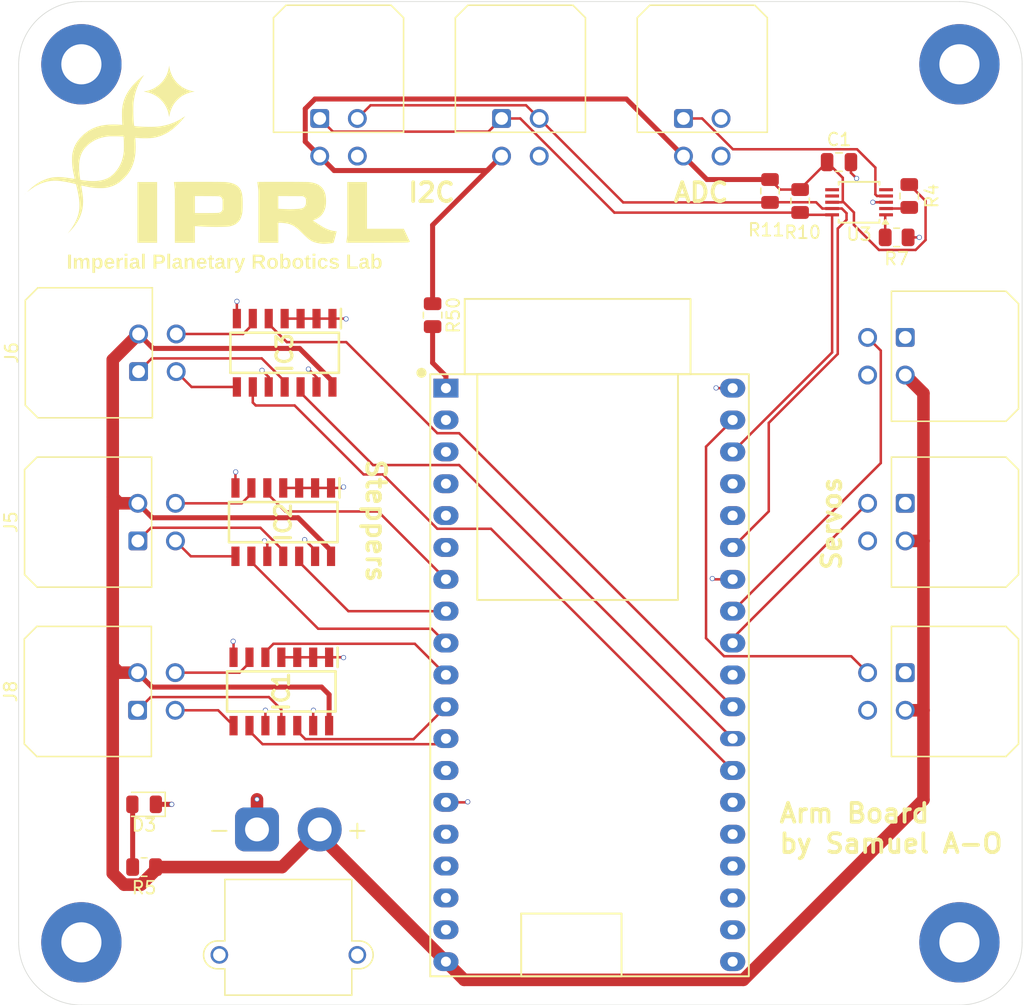
<source format=kicad_pcb>
(kicad_pcb (version 20241229) (generator "pcbnew") (generator_version "9.0")
  (layers (0 "F.Cu" signal) (2 "B.Cu" signal) (13 "F.Paste" user) (15 "B.Paste" user) (5 "F.SilkS" user "F.Silkscreen") (7 "B.SilkS" user "B.Silkscreen") (1 "F.Mask" user) (3 "B.Mask" user) (25 "Edge.Cuts" user))
  (net 0 "")
  (net 1 "GND")
  (net 2 "+3.3V")
  (net 3 "Net-(D3-A)")
  (net 4 "Net-(IC1-O3)")
  (net 5 "/ENA_0")
  (net 6 "Net-(IC1-O1)")
  (net 7 "+5P")
  (net 8 "/DIR_0")
  (net 9 "Net-(IC1-O2)")
  (net 10 "/PUL_0")
  (net 11 "Net-(IC2-O1)")
  (net 12 "Net-(IC2-O2)")
  (net 13 "/DIR_1")
  (net 14 "/ENA_1")
  (net 15 "Net-(IC2-O3)")
  (net 16 "/PUL_1")
  (net 17 "/PUL_2")
  (net 18 "Net-(IC3-O2)")
  (net 19 "Net-(IC3-O3)")
  (net 20 "/DIR_2")
  (net 21 "Net-(IC3-O1)")
  (net 22 "/ENA_2")
  (net 23 "/Servo_2")
  (net 24 "/ESP_SCL")
  (net 25 "/ESP_SDA")
  (net 26 "Net-(J12-Pin_1)")
  (net 27 "/Servo_0")
  (net 28 "/Servo_1")
  (net 29 "Net-(U3-ALERT{slash}RDY)")
  (net 30 "Net-(U3-ADDR)")
  (net 31 "Net-(U2-3.3V)")
  (footprint "Resistor_SMD:R_0805_2012Metric" (layer "F.Cu") (at 131 65.5 -90)
    (property "Reference" "R4" (at 0 -1.8 90) (layer "F.SilkS"))
    (property "Value" "10k")
    (pad "1" smd roundrect (at -0.9125 0 270) (size 1.025 1.4) (layers "F.Cu" "F.Mask" "F.Paste") (roundrect_rratio 0.243902) (net 2 "+3.3V"))
    (pad "2" smd roundrect (at 0.9125 0 270) (size 1.025 1.4) (layers "F.Cu" "F.Mask" "F.Paste") (roundrect_rratio 0.243902) (net 29 "Net-(U3-ALERT{slash}RDY)"))
  )
  (footprint "74ACT:SOIC127P600X175-14N" (layer "F.Cu") (at 80.94 105 -90)
    (property "Reference" "IC1" (at 0 0 270) (layer "F.SilkS") (effects (font (size 1.27 1.27) (thickness 0.254))))
    (property "Value" "MC74ACT125DG" (hide yes))
    (pad "1" smd rect (at -2.725 -3.81) (size 0.65 1.55) (layers "F.Cu" "F.Mask" "F.Paste") (net 1 "GND"))
    (pad "2" smd rect (at -2.725 -2.54) (size 0.65 1.55) (layers "F.Cu" "F.Mask" "F.Paste") (net 1 "GND"))
    (pad "3" smd rect (at -2.725 -1.27) (size 0.65 1.55) (layers "F.Cu" "F.Mask" "F.Paste") (net 1 "GND"))
    (pad "4" smd rect (at -2.725 0) (size 0.65 1.55) (layers "F.Cu" "F.Mask" "F.Paste") (net 1 "GND"))
    (pad "5" smd rect (at -2.725 1.27) (size 0.65 1.55) (layers "F.Cu" "F.Mask" "F.Paste") (net 10 "/PUL_0"))
    (pad "6" smd rect (at -2.725 2.54) (size 0.65 1.55) (layers "F.Cu" "F.Mask" "F.Paste") (net 6 "Net-(IC1-O1)"))
    (pad "7" smd rect (at -2.725 3.81) (size 0.65 1.55) (layers "F.Cu" "F.Mask" "F.Paste") (net 1 "GND"))
    (pad "8" smd rect (at 2.725 3.81) (size 0.65 1.55) (layers "F.Cu" "F.Mask" "F.Paste") (net 4 "Net-(IC1-O3)"))
    (pad "9" smd rect (at 2.725 2.54) (size 0.65 1.55) (layers "F.Cu" "F.Mask" "F.Paste") (net 8 "/DIR_0"))
    (pad "10" smd rect (at 2.725 1.27) (size 0.65 1.55) (layers "F.Cu" "F.Mask" "F.Paste") (net 1 "GND"))
    (pad "11" smd rect (at 2.725 0) (size 0.65 1.55) (layers "F.Cu" "F.Mask" "F.Paste") (net 9 "Net-(IC1-O2)"))
    (pad "12" smd rect (at 2.725 -1.27) (size 0.65 1.55) (layers "F.Cu" "F.Mask" "F.Paste") (net 5 "/ENA_0"))
    (pad "13" smd rect (at 2.725 -2.54) (size 0.65 1.55) (layers "F.Cu" "F.Mask" "F.Paste") (net 1 "GND"))
    (pad "14" smd rect (at 2.725 -3.81) (size 0.65 1.55) (layers "F.Cu" "F.Mask" "F.Paste") (net 7 "+5P"))
  )
  (footprint "Resistor_SMD:R_0805_2012Metric" (layer "F.Cu") (at 122.3 65.9 -90)
    (property "Reference" "R10" (at 2.5 -0.2 180) (layer "F.SilkS"))
    (property "Value" "10k")
    (pad "1" smd roundrect (at -0.9125 0 270) (size 1.025 1.4) (layers "F.Cu" "F.Mask" "F.Paste") (roundrect_rratio 0.243902) (net 2 "+3.3V"))
    (pad "2" smd roundrect (at 0.9125 0 270) (size 1.025 1.4) (layers "F.Cu" "F.Mask" "F.Paste") (roundrect_rratio 0.243902) (net 24 "/ESP_SCL"))
  )
  (footprint "Resistor_SMD:R_0805_2012Metric" (layer "F.Cu") (at 129.99375 68.8)
    (property "Reference" "R7" (at 0 1.7 0) (layer "F.SilkS"))
    (property "Value" "10k")
    (pad "1" smd roundrect (at -0.9125 0) (size 1.025 1.4) (layers "F.Cu" "F.Mask" "F.Paste") (roundrect_rratio 0.243902) (net 30 "Net-(U3-ADDR)"))
    (pad "2" smd roundrect (at 0.9125 0) (size 1.025 1.4) (layers "F.Cu" "F.Mask" "F.Paste") (roundrect_rratio 0.243902) (net 1 "GND"))
  )
  (footprint "Connector_Molex:Molex_Micro-Fit_3.0_43045-0400_2x02_P3.00mm_Horizontal" (layer "F.Cu") (at 98.5 59.32)
    (property "Reference" "J9" (hide yes))
    (property "Value" "Conn_01x04")
    (pad "" np_thru_hole circle (at 1.5 -4.32) (size 3 3) (drill 3) (layers "*.Cu" "*.Mask"))
    (pad "1" thru_hole roundrect (at 0 0) (size 1.5 1.5) (drill 1.02) (layers "*.Cu" "*.Mask") (roundrect_rratio 0.166667) (net 24 "/ESP_SCL"))
    (pad "2" thru_hole circle (at 3 0) (size 1.5 1.5) (drill 1.02) (layers "*.Cu" "*.Mask") (net 25 "/ESP_SDA"))
    (pad "3" thru_hole circle (at 0 3) (size 1.5 1.5) (drill 1.02) (layers "*.Cu" "*.Mask") (net 2 "+3.3V"))
    (pad "4" thru_hole circle (at 3 3) (size 1.5 1.5) (drill 1.02) (layers "*.Cu" "*.Mask") (net 1 "GND"))
  )
  (footprint "Package_SO:TSSOP-10_3x3mm_P0.5mm" (layer "F.Cu") (at 127 66 180)
    (property "Reference" "U3" (at 0 -2.55 0) (layer "F.SilkS"))
    (property "Value" "ADS1115IDGS")
    (pad "1" smd rect (at -2.15 -1 180) (size 1.1 0.25) (layers "F.Cu" "F.Mask" "F.Paste") (net 30 "Net-(U3-ADDR)"))
    (pad "2" smd rect (at -2.15 -0.5 180) (size 1.1 0.25) (layers "F.Cu" "F.Mask" "F.Paste") (net 29 "Net-(U3-ALERT{slash}RDY)"))
    (pad "3" smd rect (at -2.15 0 180) (size 1.1 0.25) (layers "F.Cu" "F.Mask" "F.Paste") (net 1 "GND"))
    (pad "4" smd rect (at -2.15 0.5 180) (size 1.1 0.25) (layers "F.Cu" "F.Mask" "F.Paste") (net 26 "Net-(J12-Pin_1)"))
    (pad "5" smd rect (at -2.15 1 180) (size 1.1 0.25) (layers "F.Cu" "F.Mask" "F.Paste"))
    (pad "6" smd rect (at 2.15 1 180) (size 1.1 0.25) (layers "F.Cu" "F.Mask" "F.Paste"))
    (pad "7" smd rect (at 2.15 0.5 180) (size 1.1 0.25) (layers "F.Cu" "F.Mask" "F.Paste"))
    (pad "8" smd rect (at 2.15 0 180) (size 1.1 0.25) (layers "F.Cu" "F.Mask" "F.Paste") (net 2 "+3.3V"))
    (pad "9" smd rect (at 2.15 -0.5 180) (size 1.1 0.25) (layers "F.Cu" "F.Mask" "F.Paste") (net 25 "/ESP_SDA"))
    (pad "10" smd rect (at 2.15 -1 180) (size 1.1 0.25) (layers "F.Cu" "F.Mask" "F.Paste") (net 24 "/ESP_SCL"))
  )
  (footprint "74ACT:SOIC127P600X175-14N" (layer "F.Cu") (at 81.0925 91.5 -90)
    (property "Reference" "IC2" (at 0 0 270) (layer "F.SilkS") (effects (font (size 1.27 1.27) (thickness 0.254))))
    (property "Value" "MC74ACT125DG" (hide yes))
    (pad "1" smd rect (at -2.725 -3.81) (size 0.65 1.55) (layers "F.Cu" "F.Mask" "F.Paste") (net 1 "GND"))
    (pad "2" smd rect (at -2.725 -2.54) (size 0.65 1.55) (layers "F.Cu" "F.Mask" "F.Paste") (net 1 "GND"))
    (pad "3" smd rect (at -2.725 -1.27) (size 0.65 1.55) (layers "F.Cu" "F.Mask" "F.Paste") (net 1 "GND"))
    (pad "4" smd rect (at -2.725 0) (size 0.65 1.55) (layers "F.Cu" "F.Mask" "F.Paste") (net 1 "GND"))
    (pad "5" smd rect (at -2.725 1.27) (size 0.65 1.55) (layers "F.Cu" "F.Mask" "F.Paste") (net 16 "/PUL_1"))
    (pad "6" smd rect (at -2.725 2.54) (size 0.65 1.55) (layers "F.Cu" "F.Mask" "F.Paste") (net 11 "Net-(IC2-O1)"))
    (pad "7" smd rect (at -2.725 3.81) (size 0.65 1.55) (layers "F.Cu" "F.Mask" "F.Paste") (net 1 "GND"))
    (pad "8" smd rect (at 2.725 3.81) (size 0.65 1.55) (layers "F.Cu" "F.Mask" "F.Paste") (net 15 "Net-(IC2-O3)"))
    (pad "9" smd rect (at 2.725 2.54) (size 0.65 1.55) (layers "F.Cu" "F.Mask" "F.Paste") (net 13 "/DIR_1"))
    (pad "10" smd rect (at 2.725 1.27) (size 0.65 1.55) (layers "F.Cu" "F.Mask" "F.Paste") (net 1 "GND"))
    (pad "11" smd rect (at 2.725 0) (size 0.65 1.55) (layers "F.Cu" "F.Mask" "F.Paste") (net 12 "Net-(IC2-O2)"))
    (pad "12" smd rect (at 2.725 -1.27) (size 0.65 1.55) (layers "F.Cu" "F.Mask" "F.Paste") (net 14 "/ENA_1"))
    (pad "13" smd rect (at 2.725 -2.54) (size 0.65 1.55) (layers "F.Cu" "F.Mask" "F.Paste") (net 1 "GND"))
    (pad "14" smd rect (at 2.725 -3.81) (size 0.65 1.55) (layers "F.Cu" "F.Mask" "F.Paste") (net 7 "+5P"))
  )
  (footprint "Connector_Molex:Molex_Micro-Fit_3.0_43045-0400_2x02_P3.00mm_Horizontal" (layer "F.Cu") (at 113 59.32)
    (property "Reference" "J12" (hide yes))
    (property "Value" "Conn_01x03")
    (pad "" np_thru_hole circle (at 1.5 -4.32) (size 3 3) (drill 3) (layers "*.Cu" "*.Mask"))
    (pad "1" thru_hole roundrect (at 0 0) (size 1.5 1.5) (drill 1.02) (layers "*.Cu" "*.Mask") (roundrect_rratio 0.166667) (net 26 "Net-(J12-Pin_1)"))
    (pad "2" thru_hole circle (at 3 0) (size 1.5 1.5) (drill 1.02) (layers "*.Cu" "*.Mask") (net 1 "GND"))
    (pad "3" thru_hole circle (at 0 3) (size 1.5 1.5) (drill 1.02) (layers "*.Cu" "*.Mask") (net 2 "+3.3V"))
    (pad "4" thru_hole circle (at 3 3) (size 1.5 1.5) (drill 1.02) (layers "*.Cu" "*.Mask"))
  )
  (footprint "MountingHole:MountingHole_3.2mm_M3_Pad_TopBottom" (layer "F.Cu") (at 135 55)
    (property "Reference" "H1" (hide yes))
    (property "Value" "MountingHole")
    (pad "1" thru_hole circle (at 0 0) (size 3.6 3.6) (drill 3.2) (layers "*.Cu" "*.Mask"))
    (pad "1" connect circle (at 0 0) (size 6.4 6.4) (layers "F.Cu" "F.Mask"))
    (pad "1" connect circle (at 0 0) (size 6.4 6.4) (layers "B.Cu" "B.Mask"))
  )
  (footprint "MountingHole:MountingHole_3.2mm_M3_Pad_TopBottom" (layer "F.Cu") (at 135 125)
    (property "Reference" "H4" (hide yes))
    (property "Value" "MountingHole")
    (pad "1" thru_hole circle (at 0 0) (size 3.6 3.6) (drill 3.2) (layers "*.Cu" "*.Mask"))
    (pad "1" connect circle (at 0 0) (size 6.4 6.4) (layers "F.Cu" "F.Mask"))
    (pad "1" connect circle (at 0 0) (size 6.4 6.4) (layers "B.Cu" "B.Mask"))
  )
  (footprint "Resistor_SMD:R_0805_2012Metric" (layer "F.Cu") (at 93 75 -90)
    (property "Reference" "R50" (at 0 -1.65 90) (layer "F.SilkS"))
    (property "Value" "0R")
    (pad "1" smd roundrect (at -0.9125 0 270) (size 1.025 1.4) (layers "F.Cu" "F.Mask" "F.Paste") (roundrect_rratio 0.243902) (net 2 "+3.3V"))
    (pad "2" smd roundrect (at 0.9125 0 270) (size 1.025 1.4) (layers "F.Cu" "F.Mask" "F.Paste") (roundrect_rratio 0.243902) (net 31 "Net-(U2-3.3V)"))
  )
  (footprint "Connector_Molex:Molex_Micro-Fit_3.0_43045-0400_2x02_P3.00mm_Horizontal" (layer "F.Cu") (at 69.5 93 90)
    (property "Reference" "J5" (at 1.5 -10.12 90) (layer "F.SilkS"))
    (property "Value" "Conn_01x04")
    (pad "" np_thru_hole circle (at 1.5 -4.32 90) (size 3 3) (drill 3) (layers "*.Cu" "*.Mask"))
    (pad "1" thru_hole roundrect (at 0 0 90) (size 1.5 1.5) (drill 1.02) (layers "*.Cu" "*.Mask") (roundrect_rratio 0.166667) (net 12 "Net-(IC2-O2)"))
    (pad "2" thru_hole circle (at 3 0 90) (size 1.5 1.5) (drill 1.02) (layers "*.Cu" "*.Mask") (net 7 "+5P"))
    (pad "3" thru_hole circle (at 0 3 90) (size 1.5 1.5) (drill 1.02) (layers "*.Cu" "*.Mask") (net 15 "Net-(IC2-O3)"))
    (pad "4" thru_hole circle (at 3 3 90) (size 1.5 1.5) (drill 1.02) (layers "*.Cu" "*.Mask") (net 11 "Net-(IC2-O1)"))
  )
  (footprint "Connector_Molex:Molex_Micro-Fit_3.0_43045-0400_2x02_P3.00mm_Horizontal" (layer "F.Cu") (at 130.68 103.5 -90)
    (property "Reference" "J4" (hide yes))
    (property "Value" "Conn_01x03")
    (pad "" np_thru_hole circle (at 1.5 -4.32 270) (size 3 3) (drill 3) (layers "*.Cu" "*.Mask"))
    (pad "1" thru_hole roundrect (at 0 0 270) (size 1.5 1.5) (drill 1.02) (layers "*.Cu" "*.Mask") (roundrect_rratio 0.166667) (net 1 "GND"))
    (pad "2" thru_hole circle (at 3 0 270) (size 1.5 1.5) (drill 1.02) (layers "*.Cu" "*.Mask") (net 7 "+5P"))
    (pad "3" thru_hole circle (at 0 3 270) (size 1.5 1.5) (drill 1.02) (layers "*.Cu" "*.Mask") (net 23 "/Servo_2"))
    (pad "4" thru_hole circle (at 3 3 270) (size 1.5 1.5) (drill 1.02) (layers "*.Cu" "*.Mask"))
  )
  (footprint "Capacitor_SMD:C_0805_2012Metric" (layer "F.Cu") (at 125.4 62.8 180)
    (property "Reference" "C1" (at 0 1.8 0) (layer "F.SilkS"))
    (property "Value" "1u")
    (pad "1" smd roundrect (at -0.95 0 180) (size 1 1.45) (layers "F.Cu" "F.Mask" "F.Paste") (net 1 "GND"))
    (pad "2" smd roundrect (at 0.95 0 180) (size 1 1.45) (layers "F.Cu" "F.Mask" "F.Paste") (net 2 "+3.3V"))
  )
  (footprint "LED_SMD:LED_0805_2012Metric" (layer "F.Cu") (at 70 114 180)
    (property "Reference" "D3" (at 0 -1.65 0) (layer "F.SilkS"))
    (property "Value" "LED")
    (pad "1" smd roundrect (at -0.9375 0 180) (size 0.975 1.4) (layers "F.Cu" "F.Mask" "F.Paste") (net 1 "GND"))
    (pad "2" smd roundrect (at 0.9375 0 180) (size 0.975 1.4) (layers "F.Cu" "F.Mask" "F.Paste") (net 3 "Net-(D3-A)"))
  )
  (footprint "Connector_Molex:Molex_Micro-Fit_3.0_43045-0400_2x02_P3.00mm_Horizontal" (layer "F.Cu") (at 69.56 79.5 90)
    (property "Reference" "J6" (at 1.5 -10.12 90) (layer "F.SilkS"))
    (property "Value" "Conn_01x04")
    (pad "" np_thru_hole circle (at 1.5 -4.32 90) (size 3 3) (drill 3) (layers "*.Cu" "*.Mask"))
    (pad "1" thru_hole roundrect (at 0 0 90) (size 1.5 1.5) (drill 1.02) (layers "*.Cu" "*.Mask") (roundrect_rratio 0.166667) (net 18 "Net-(IC3-O2)"))
    (pad "2" thru_hole circle (at 3 0 90) (size 1.5 1.5) (drill 1.02) (layers "*.Cu" "*.Mask") (net 7 "+5P"))
    (pad "3" thru_hole circle (at 0 3 90) (size 1.5 1.5) (drill 1.02) (layers "*.Cu" "*.Mask") (net 19 "Net-(IC3-O3)"))
    (pad "4" thru_hole circle (at 3 3 90) (size 1.5 1.5) (drill 1.02) (layers "*.Cu" "*.Mask") (net 21 "Net-(IC3-O1)"))
  )
  (footprint "Connector_Molex:Molex_Micro-Fit_3.0_43045-0400_2x02_P3.00mm_Horizontal" (layer "F.Cu") (at 69.48 106.5 90)
    (property "Reference" "J8" (at 1.5 -10.12 90) (layer "F.SilkS"))
    (property "Value" "Conn_01x04")
    (pad "" np_thru_hole circle (at 1.5 -4.32 90) (size 3 3) (drill 3) (layers "*.Cu" "*.Mask"))
    (pad "1" thru_hole roundrect (at 0 0 90) (size 1.5 1.5) (drill 1.02) (layers "*.Cu" "*.Mask") (roundrect_rratio 0.166667) (net 9 "Net-(IC1-O2)"))
    (pad "2" thru_hole circle (at 3 0 90) (size 1.5 1.5) (drill 1.02) (layers "*.Cu" "*.Mask") (net 7 "+5P"))
    (pad "3" thru_hole circle (at 0 3 90) (size 1.5 1.5) (drill 1.02) (layers "*.Cu" "*.Mask") (net 4 "Net-(IC1-O3)"))
    (pad "4" thru_hole circle (at 3 3 90) (size 1.5 1.5) (drill 1.02) (layers "*.Cu" "*.Mask") (net 6 "Net-(IC1-O1)"))
  )
  (footprint "Connector_AMASS:AMASS_XT30PW-M_1x02_P2.50mm_Horizontal" (layer "F.Cu") (at 79 116 180)
    (property "Reference" "J1" (hide yes))
    (property "Value" "Conn_01x02")
    (fp_text user "+" (at -8 0 0) (layer "F.SilkS") (effects (font (size 1.5 1.5))))
    (fp_text user "-" (at 3 0 0) (layer "F.SilkS") (effects (font (size 1.5 1.5))))
    (pad "" thru_hole circle (at -8 -10 180) (size 1.4 1.4) (drill 1) (layers "*.Cu" "*.Mask"))
    (pad "" thru_hole circle (at 3 -10 180) (size 1.4 1.4) (drill 1) (layers "*.Cu" "*.Mask"))
    (pad "1" thru_hole roundrect (at 0 0 180) (size 3.5 3.5) (drill 1.9) (layers "*.Cu" "*.Mask") (roundrect_rratio 0.22) (net 1 "GND"))
    (pad "2" thru_hole circle (at -5 0 180) (size 3.5 3.5) (drill 1.9) (layers "*.Cu" "*.Mask") (net 7 "+5P"))
  )
  (footprint "Connector_Molex:Molex_Micro-Fit_3.0_43045-0400_2x02_P3.00mm_Horizontal" (layer "F.Cu") (at 84 59.32)
    (property "Reference" "J20" (hide yes))
    (property "Value" "Conn_01x04")
    (pad "" np_thru_hole circle (at 1.5 -4.32) (size 3 3) (drill 3) (layers "*.Cu" "*.Mask"))
    (pad "1" thru_hole roundrect (at 0 0) (size 1.5 1.5) (drill 1.02) (layers "*.Cu" "*.Mask") (roundrect_rratio 0.166667) (net 24 "/ESP_SCL"))
    (pad "2" thru_hole circle (at 3 0) (size 1.5 1.5) (drill 1.02) (layers "*.Cu" "*.Mask") (net 25 "/ESP_SDA"))
    (pad "3" thru_hole circle (at 0 3) (size 1.5 1.5) (drill 1.02) (layers "*.Cu" "*.Mask") (net 2 "+3.3V"))
    (pad "4" thru_hole circle (at 3 3) (size 1.5 1.5) (drill 1.02) (layers "*.Cu" "*.Mask") (net 1 "GND"))
  )
  (footprint "74ACT:SOIC127P600X175-14N" (layer "F.Cu") (at 81.205 78 -90)
    (property "Reference" "IC3" (at 0 0 270) (layer "F.SilkS") (effects (font (size 1.27 1.27) (thickness 0.254))))
    (property "Value" "MC74ACT125DG" (hide yes))
    (pad "1" smd rect (at -2.725 -3.81) (size 0.65 1.55) (layers "F.Cu" "F.Mask" "F.Paste") (net 1 "GND"))
    (pad "2" smd rect (at -2.725 -2.54) (size 0.65 1.55) (layers "F.Cu" "F.Mask" "F.Paste") (net 1 "GND"))
    (pad "3" smd rect (at -2.725 -1.27) (size 0.65 1.55) (layers "F.Cu" "F.Mask" "F.Paste") (net 1 "GND"))
    (pad "4" smd rect (at -2.725 0) (size 0.65 1.55) (layers "F.Cu" "F.Mask" "F.Paste") (net 1 "GND"))
    (pad "5" smd rect (at -2.725 1.27) (size 0.65 1.55) (layers "F.Cu" "F.Mask" "F.Paste") (net 17 "/PUL_2"))
    (pad "6" smd rect (at -2.725 2.54) (size 0.65 1.55) (layers "F.Cu" "F.Mask" "F.Paste") (net 21 "Net-(IC3-O1)"))
    (pad "7" smd rect (at -2.725 3.81) (size 0.65 1.55) (layers "F.Cu" "F.Mask" "F.Paste") (net 1 "GND"))
    (pad "8" smd rect (at 2.725 3.81) (size 0.65 1.55) (layers "F.Cu" "F.Mask" "F.Paste") (net 19 "Net-(IC3-O3)"))
    (pad "9" smd rect (at 2.725 2.54) (size 0.65 1.55) (layers "F.Cu" "F.Mask" "F.Paste") (net 20 "/DIR_2"))
    (pad "10" smd rect (at 2.725 1.27) (size 0.65 1.55) (layers "F.Cu" "F.Mask" "F.Paste") (net 1 "GND"))
    (pad "11" smd rect (at 2.725 0) (size 0.65 1.55) (layers "F.Cu" "F.Mask" "F.Paste") (net 18 "Net-(IC3-O2)"))
    (pad "12" smd rect (at 2.725 -1.27) (size 0.65 1.55) (layers "F.Cu" "F.Mask" "F.Paste") (net 22 "/ENA_2"))
    (pad "13" smd rect (at 2.725 -2.54) (size 0.65 1.55) (layers "F.Cu" "F.Mask" "F.Paste") (net 1 "GND"))
    (pad "14" smd rect (at 2.725 -3.81) (size 0.65 1.55) (layers "F.Cu" "F.Mask" "F.Paste") (net 7 "+5P"))
  )
  (footprint "Resistor_SMD:R_0805_2012Metric" (layer "F.Cu") (at 70 119 180)
    (property "Reference" "R5" (at 0 -1.65 0) (layer "F.SilkS"))
    (property "Value" "1k")
    (pad "1" smd roundrect (at -0.9125 0 180) (size 1.025 1.4) (layers "F.Cu" "F.Mask" "F.Paste") (roundrect_rratio 0.243902) (net 7 "+5P"))
    (pad "2" smd roundrect (at 0.9125 0 180) (size 1.025 1.4) (layers "F.Cu" "F.Mask" "F.Paste") (roundrect_rratio 0.243902) (net 3 "Net-(D3-A)"))
  )
  (footprint "ESP32_DevKit_38pin:Z_ESP32_DevKitC_38pin_socket" (layer "F.Cu") (at 94.062349 80.82)
    (property "Reference" "U2" (hide yes))
    (property "Value" "~")
    (pad "1" thru_hole rect (at 0 0 270) (size 1.5 2) (drill 0.8) (layers "*.Cu" "*.Mask") (net 31 "Net-(U2-3.3V)"))
    (pad "2" thru_hole oval (at 0 2.54 270) (size 1.5 2) (drill 0.8) (layers "*.Cu" "*.Mask"))
    (pad "3" thru_hole oval (at 0 5.08 270) (size 1.5 2) (drill 0.8) (layers "*.Cu" "*.Mask"))
    (pad "4" thru_hole oval (at 0 7.62 270) (size 1.5 2) (drill 0.8) (layers "*.Cu" "*.Mask"))
    (pad "5" thru_hole oval (at 0 10.16 270) (size 1.5 2) (drill 0.8) (layers "*.Cu" "*.Mask"))
    (pad "6" thru_hole oval (at 0 12.7 270) (size 1.5 2) (drill 0.8) (layers "*.Cu" "*.Mask"))
    (pad "7" thru_hole oval (at 0 15.24 270) (size 1.5 2) (drill 0.8) (layers "*.Cu" "*.Mask") (net 16 "/PUL_1"))
    (pad "8" thru_hole oval (at 0 17.78 270) (size 1.5 2) (drill 0.8) (layers "*.Cu" "*.Mask") (net 14 "/ENA_1"))
    (pad "9" thru_hole oval (at 0 20.32 270) (size 1.5 2) (drill 0.8) (layers "*.Cu" "*.Mask") (net 13 "/DIR_1"))
    (pad "10" thru_hole oval (at 0 22.86 270) (size 1.5 2) (drill 0.8) (layers "*.Cu" "*.Mask") (net 10 "/PUL_0"))
    (pad "11" thru_hole oval (at 0 25.4 270) (size 1.5 2) (drill 0.8) (layers "*.Cu" "*.Mask") (net 5 "/ENA_0"))
    (pad "12" thru_hole oval (at 0 27.94 270) (size 1.5 2) (drill 0.8) (layers "*.Cu" "*.Mask") (net 8 "/DIR_0"))
    (pad "13" thru_hole oval (at 0 30.48 270) (size 1.5 2) (drill 0.8) (layers "*.Cu" "*.Mask"))
    (pad "14" thru_hole oval (at 0 33.02 270) (size 1.5 2) (drill 0.8) (layers "*.Cu" "*.Mask") (net 1 "GND"))
    (pad "15" thru_hole oval (at 0 35.56 270) (size 1.5 2) (drill 0.8) (layers "*.Cu" "*.Mask"))
    (pad "16" thru_hole oval (at 0 38.1 270) (size 1.5 2) (drill 0.8) (layers "*.Cu" "*.Mask"))
    (pad "17" thru_hole oval (at 0 40.64 270) (size 1.5 2) (drill 0.8) (layers "*.Cu" "*.Mask"))
    (pad "18" thru_hole oval (at 0 43.18 270) (size 1.5 2) (drill 0.8) (layers "*.Cu" "*.Mask"))
    (pad "19" thru_hole oval (at 0 45.72 270) (size 1.5 2) (drill 0.8) (layers "*.Cu" "*.Mask") (net 7 "+5P"))
    (pad "20" thru_hole oval (at 22.86 45.72 270) (size 1.5 2) (drill 0.8) (layers "*.Cu" "*.Mask"))
    (pad "21" thru_hole oval (at 22.86 43.18 270) (size 1.5 2) (drill 0.8) (layers "*.Cu" "*.Mask"))
    (pad "22" thru_hole oval (at 22.86 40.64 270) (size 1.5 2) (drill 0.8) (layers "*.Cu" "*.Mask"))
    (pad "23" thru_hole oval (at 22.86 38.1 270) (size 1.5 2) (drill 0.8) (layers "*.Cu" "*.Mask"))
    (pad "24" thru_hole oval (at 22.86 35.56 270) (size 1.5 2) (drill 0.8) (layers "*.Cu" "*.Mask"))
    (pad "25" thru_hole oval (at 22.86 33.02 270) (size 1.5 2) (drill 0.8) (layers "*.Cu" "*.Mask"))
    (pad "26" thru_hole oval (at 22.86 30.48 270) (size 1.5 2) (drill 0.8) (layers "*.Cu" "*.Mask") (net 20 "/DIR_2"))
    (pad "27" thru_hole oval (at 22.86 27.94 270) (size 1.2 2) (drill 0.8) (layers "*.Cu" "*.Mask") (net 22 "/ENA_2"))
    (pad "28" thru_hole oval (at 22.86 25.4 270) (size 1.5 2) (drill 0.8) (layers "*.Cu" "*.Mask") (net 17 "/PUL_2"))
    (pad "29" thru_hole oval (at 22.86 22.86 270) (size 1.5 2) (drill 0.8) (layers "*.Cu" "*.Mask"))
    (pad "30" thru_hole oval (at 22.86 20.32 270) (size 1.5 2) (drill 0.8) (layers "*.Cu" "*.Mask") (net 28 "/Servo_1"))
    (pad "31" thru_hole oval (at 22.86 17.78 270) (size 1.5 2) (drill 0.8) (layers "*.Cu" "*.Mask") (net 27 "/Servo_0"))
    (pad "32" thru_hole oval (at 22.86 15.24 270) (size 1.5 2) (drill 0.8) (layers "*.Cu" "*.Mask") (net 1 "GND"))
    (pad "33" thru_hole oval (at 22.86 12.7 270) (size 1.5 2) (drill 0.8) (layers "*.Cu" "*.Mask") (net 25 "/ESP_SDA"))
    (pad "34" thru_hole oval (at 22.86 10.16 270) (size 1.5 2) (drill 0.8) (layers "*.Cu" "*.Mask"))
    (pad "35" thru_hole oval (at 22.86 7.62 270) (size 1.5 2) (drill 0.8) (layers "*.Cu" "*.Mask"))
    (pad "36" thru_hole oval (at 22.86 5.08 270) (size 1.5 2) (drill 0.8) (layers "*.Cu" "*.Mask") (net 24 "/ESP_SCL"))
    (pad "37" thru_hole oval (at 22.86 2.54 270) (size 1.5 2) (drill 0.8) (layers "*.Cu" "*.Mask") (net 23 "/Servo_2"))
    (pad "38" thru_hole oval (at 22.86 0 270) (size 1.5 2) (drill 0.8) (layers "*.Cu" "*.Mask") (net 1 "GND"))
  )
  (footprint "MountingHole:MountingHole_3.2mm_M3_Pad_TopBottom" (layer "F.Cu") (at 65 125)
    (property "Reference" "H3" (hide yes))
    (property "Value" "MountingHole")
    (pad "1" thru_hole circle (at 0 0) (size 3.6 3.6) (drill 3.2) (layers "*.Cu" "*.Mask"))
    (pad "1" connect circle (at 0 0) (size 6.4 6.4) (layers "F.Cu" "F.Mask"))
    (pad "1" connect circle (at 0 0) (size 6.4 6.4) (layers "B.Cu" "B.Mask"))
  )
  (footprint "Connector_Molex:Molex_Micro-Fit_3.0_43045-0400_2x02_P3.00mm_Horizontal" (layer "F.Cu") (at 130.68 90 -90)
    (property "Reference" "J15" (hide yes))
    (property "Value" "Conn_01x03")
    (pad "" np_thru_hole circle (at 1.5 -4.32 270) (size 3 3) (drill 3) (layers "*.Cu" "*.Mask"))
    (pad "1" thru_hole roundrect (at 0 0 270) (size 1.5 1.5) (drill 1.02) (layers "*.Cu" "*.Mask") (roundrect_rratio 0.166667) (net 1 "GND"))
    (pad "2" thru_hole circle (at 3 0 270) (size 1.5 1.5) (drill 1.02) (layers "*.Cu" "*.Mask") (net 7 "+5P"))
    (pad "3" thru_hole circle (at 0 3 270) (size 1.5 1.5) (drill 1.02) (layers "*.Cu" "*.Mask") (net 28 "/Servo_1"))
    (pad "4" thru_hole circle (at 3 3 270) (size 1.5 1.5) (drill 1.02) (layers "*.Cu" "*.Mask"))
  )
  (footprint "footprints:IPRL_31mm" (layer "F.Cu") (at 76 63.5)
    (property "Reference" "G***" (hide yes))
    (property "Value" "LOGO" (hide yes))
  )
  (footprint "Resistor_SMD:R_0805_2012Metric" (layer "F.Cu") (at 119.9 65.1 -90)
    (property "Reference" "R11" (at 3.1 0.3 180) (layer "F.SilkS"))
    (property "Value" "10k")
    (pad "1" smd roundrect (at -0.9125 0 270) (size 1.025 1.4) (layers "F.Cu" "F.Mask" "F.Paste") (roundrect_rratio 0.243902) (net 2 "+3.3V"))
    (pad "2" smd roundrect (at 0.9125 0 270) (size 1.025 1.4) (layers "F.Cu" "F.Mask" "F.Paste") (roundrect_rratio 0.243902) (net 25 "/ESP_SDA"))
  )
  (footprint "MountingHole:MountingHole_3.2mm_M3_Pad_TopBottom" (layer "F.Cu") (at 65 55)
    (property "Reference" "H2" (hide yes))
    (property "Value" "MountingHole")
    (pad "1" thru_hole circle (at 0 0) (size 3.6 3.6) (drill 3.2) (layers "*.Cu" "*.Mask"))
    (pad "1" connect circle (at 0 0) (size 6.4 6.4) (layers "F.Cu" "F.Mask"))
    (pad "1" connect circle (at 0 0) (size 6.4 6.4) (layers "B.Cu" "B.Mask"))
  )
  (footprint "Connector_Molex:Molex_Micro-Fit_3.0_43045-0400_2x02_P3.00mm_Horizontal" (layer "F.Cu") (at 130.68 76.775 -90)
    (property "Reference" "J14" (hide yes))
    (property "Value" "Conn_01x03")
    (pad "" np_thru_hole circle (at 1.5 -4.32 270) (size 3 3) (drill 3) (layers "*.Cu" "*.Mask"))
    (pad "1" thru_hole roundrect (at 0 0 270) (size 1.5 1.5) (drill 1.02) (layers "*.Cu" "*.Mask") (roundrect_rratio 0.166667) (net 1 "GND"))
    (pad "2" thru_hole circle (at 3 0 270) (size 1.5 1.5) (drill 1.02) (layers "*.Cu" "*.Mask") (net 7 "+5P"))
    (pad "3" thru_hole circle (at 0 3 270) (size 1.5 1.5) (drill 1.02) (layers "*.Cu" "*.Mask") (net 27 "/Servo_0"))
    (pad "4" thru_hole circle (at 3 3 270) (size 1.5 1.5) (drill 1.02) (layers "*.Cu" "*.Mask"))
  )
  (gr_line (start 135 130) (end 65 130) (stroke (width 0.05)) (layer "Edge.Cuts"))
  (gr_line (start 60 125) (end 60 55) (stroke (width 0.05)) (layer "Edge.Cuts"))
  (gr_line (start 65 50) (end 135 50) (stroke (width 0.05)) (layer "Edge.Cuts"))
  (gr_line (start 140 55) (end 140 125) (stroke (width 0.05)) (layer "Edge.Cuts"))
  (gr_arc (start 140 125) (mid 138.535534 128.535534) (end 135 130) (stroke (width 0.05)) (layer "Edge.Cuts"))
  (gr_arc (start 65 130) (mid 61.464466 128.535534) (end 60 125) (stroke (width 0.05)) (layer "Edge.Cuts"))
  (gr_arc (start 60 55) (mid 61.464466 51.464466) (end 65 50) (stroke (width 0.05)) (layer "Edge.Cuts"))
  (gr_arc (start 135 50) (mid 138.535534 51.464466) (end 140 55) (stroke (width 0.05)) (layer "Edge.Cuts"))
  (gr_text "Steppers" (at 87.6 86.342858 270) (layer "F.SilkS") (effects (font (size 1.5 1.5) (thickness 0.3) (bold yes)) (justify left bottom)))
  (gr_text "Servos" (at 125.7 95.478571 90) (layer "F.SilkS") (effects (font (size 1.5 1.5) (thickness 0.3) (bold yes)) (justify left bottom)))
  (gr_text "Arm Board\nby Samuel A-O" (at 120.5 118 0) (layer "F.SilkS") (effects (font (size 1.5 1.5) (thickness 0.3) (bold yes)) (justify left bottom)))
  (gr_text "ADC" (at 112.057143 66.1 0) (layer "F.SilkS") (effects (font (size 1.5 1.5) (thickness 0.3) (bold yes)) (justify left bottom)))
  (gr_text "I2C" (at 90.9 66.1 0) (layer "F.SilkS") (effects (font (size 1.5 1.5) (thickness 0.3) (bold yes)) (justify left bottom)))
  (segment (start 77.13 102.275) (end 77.13 101.03) (width 0.2) (layer "F.Cu") (net 1))
  (segment (start 83.48 106.52) (end 83.5 106.5) (width 0.2) (layer "F.Cu") (net 1))
  (segment (start 126.35 63.65) (end 126.8 64.1) (width 0.2) (layer "F.Cu") (net 1))
  (segment (start 82.475 75.275) (end 83.745 75.275) (width 0.2) (layer "F.Cu") (net 1))
  (segment (start 130.90625 68.8) (end 131.8 68.8) (width 0.2) (layer "F.Cu") (net 1))
  (segment (start 80.94 102.275) (end 84.75 102.275) (width 0.2) (layer "F.Cu") (net 1))
  (segment (start 77.2825 87.5175) (end 77.3 87.5) (width 0.2) (layer "F.Cu") (net 1))
  (segment (start 77.395 73.905) (end 77.4 73.9) (width 0.2) (layer "F.Cu") (net 1))
  (segment (start 83.48 107.725) (end 83.48 106.52) (width 0.2) (layer "F.Cu") (net 1))
  (segment (start 85.875 102.275) (end 85.9 102.3) (width 0.2) (layer "F.Cu") (net 1))
  (segment (start 81.205 75.275) (end 82.475 75.275) (width 0.2) (layer "F.Cu") (net 1))
  (segment (start 81.0925 88.775) (end 82.3625 88.775) (width 0.2) (layer "F.Cu") (net 1))
  (segment (start 116.922349 96.06) (end 115.36 96.06) (width 0.2) (layer "F.Cu") (net 1))
  (segment (start 86.075 75.275) (end 86.1 75.3) (width 0.2) (layer "F.Cu") (net 1))
  (segment (start 82.3625 88.775) (end 83.6325 88.775) (width 0.2) (layer "F.Cu") (net 1))
  (segment (start 129.15 66) (end 128.1 66) (width 0.2) (layer "F.Cu") (net 1))
  (segment (start 126.35 62.8) (end 126.35 63.65) (width 0.2) (layer "F.Cu") (net 1))
  (segment (start 84.75 102.275) (end 85.875 102.275) (width 0.2) (layer "F.Cu") (net 1))
  (segment (start 83.6325 88.775) (end 84.9025 88.775) (width 0.2) (layer "F.Cu") (net 1))
  (segment (start 79.935 79.935) (end 79.4 79.4) (width 0.2) (layer "F.Cu") (net 1))
  (segment (start 79.8225 94.225) (end 79.8225 93.2225) (width 0.2) (layer "F.Cu") (net 1))
  (segment (start 84.9025 88.775) (end 85.825 88.775) (width 0.2) (layer "F.Cu") (net 1))
  (segment (start 95.76 113.84) (end 95.8 113.8) (width 0.2) (layer "F.Cu") (net 1))
  (segment (start 79 116) (end 79 113.6) (width 1) (layer "F.Cu") (net 1))
  (segment (start 77.2825 88.775) (end 77.2825 87.5175) (width 0.2) (layer "F.Cu") (net 1))
  (segment (start 70.9375 114) (end 72.2 114) (width 0.4) (layer "F.Cu") (net 1))
  (segment (start 77.395 75.275) (end 77.395 73.905) (width 0.2) (layer "F.Cu") (net 1))
  (segment (start 115.36 96.06) (end 115.3 96) (width 0.2) (layer "F.Cu") (net 1))
  (segment (start 116.922349 80.82) (end 115.62 80.82) (width 0.2) (layer "F.Cu") (net 1))
  (segment (start 77.13 101.03) (end 77.1 101) (width 0.2) (layer "F.Cu") (net 1))
  (segment (start 79.935 80.725) (end 79.935 79.935) (width 0.2) (layer "F.Cu") (net 1))
  (segment (start 83.745 75.275) (end 85.015 75.275) (width 0.2) (layer "F.Cu") (net 1))
  (segment (start 94.062349 113.84) (end 95.76 113.84) (width 0.2) (layer "F.Cu") (net 1))
  (segment (start 85.825 88.775) (end 85.9 88.7) (width 0.2) (layer "F.Cu") (net 1))
  (segment (start 115.62 80.82) (end 115.6 80.8) (width 0.2) (layer "F.Cu") (net 1))
  (segment (start 79.67 106.5) (end 79.67 107.725) (width 0.2) (layer "F.Cu") (net 1))
  (segment (start 83.745 79.945) (end 83.1 79.3) (width 0.2) (layer "F.Cu") (net 1))
  (segment (start 79.8225 93.2225) (end 79.6 93) (width 0.2) (layer "F.Cu") (net 1))
  (segment (start 83.745 80.725) (end 83.745 79.945) (width 0.2) (layer "F.Cu") (net 1))
  (segment (start 85.015 75.275) (end 86.075 75.275) (width 0.2) (layer "F.Cu") (net 1))
  (segment (start 83.6325 94.225) (end 83.6325 93.7325) (width 0.2) (layer "F.Cu") (net 1))
  (segment (start 83.6325 93.7325) (end 82.8 92.9) (width 0.2) (layer "F.Cu") (net 1))
  (via (at 128.1 66) (size 0.4) (drill 0.3) (layers "F.Cu" "B.Cu") (net 1))
  (via (at 79.6 93) (size 0.4) (drill 0.3) (layers "F.Cu" "B.Cu") (net 1))
  (via (at 85.9 102.3) (size 0.4) (drill 0.3) (layers "F.Cu" "B.Cu") (net 1))
  (via (at 79.4 79.4) (size 0.4) (drill 0.3) (layers "F.Cu" "B.Cu") (net 1))
  (via (at 115.3 96) (size 0.4) (drill 0.3) (layers "F.Cu" "B.Cu") (net 1))
  (via (at 77.4 73.9) (size 0.4) (drill 0.3) (layers "F.Cu" "B.Cu") (net 1))
  (via (at 79.67 106.5) (size 0.4) (drill 0.3) (layers "F.Cu" "B.Cu") (net 1))
  (via (at 126.8 64.1) (size 0.4) (drill 0.3) (layers "F.Cu" "B.Cu") (net 1))
  (via (at 83.1 79.3) (size 0.4) (drill 0.3) (layers "F.Cu" "B.Cu") (net 1))
  (via (at 83.5 106.5) (size 0.4) (drill 0.3) (layers "F.Cu" "B.Cu") (net 1))
  (via (at 115.6 80.8) (size 0.4) (drill 0.3) (layers "F.Cu" "B.Cu") (net 1))
  (via (at 86.1 75.3) (size 0.4) (drill 0.3) (layers "F.Cu" "B.Cu") (net 1))
  (via (at 85.9 88.7) (size 0.4) (drill 0.3) (layers "F.Cu" "B.Cu") (net 1))
  (via (at 77.1 101) (size 0.4) (drill 0.3) (layers "F.Cu" "B.Cu") (net 1))
  (via (at 77.3 87.5) (size 0.4) (drill 0.3) (layers "F.Cu" "B.Cu") (net 1))
  (via (at 95.8 113.8) (size 0.4) (drill 0.3) (layers "F.Cu" "B.Cu") (net 1))
  (via (at 82.8 92.9) (size 0.4) (drill 0.3) (layers "F.Cu" "B.Cu") (net 1))
  (via (at 72.2 114) (size 0.4) (drill 0.3) (layers "F.Cu" "B.Cu") (net 1))
  (via (at 79 113.6) (size 0.4) (drill 0.3) (layers "F.Cu" "B.Cu") (net 1))
  (via (at 131.8 68.8) (size 0.4) (drill 0.3) (layers "F.Cu" "B.Cu") (net 1))
  (segment (start 108.448 57.768) (end 113 62.32) (width 0.4) (layer "F.Cu") (net 2))
  (segment (start 125.701 65.926) (end 125.627 66) (width 0.2) (layer "F.Cu") (net 2))
  (segment (start 83.62442 57.768) (end 108.448 57.768) (width 0.4) (layer "F.Cu") (net 2))
  (segment (start 124.45 62.8) (end 125.701 64.051) (width 0.2) (layer "F.Cu") (net 2))
  (segment (start 124.45 62.8) (end 122.3 64.95) (width 0.2) (layer "F.Cu") (net 2))
  (segment (start 122.3 64.95) (end 122.3 64.9875) (width 0.2) (layer "F.Cu") (net 2))
  (segment (start 93 74.0875) (end 93 67.82) (width 0.4) (layer "F.Cu") (net 2))
  (segment (start 82.849 61.169) (end 82.849 58.54342) (width 0.4) (layer "F.Cu") (net 2))
  (segment (start 128.58359 69.801) (end 126.5875 67.80491) (width 0.2) (layer "F.Cu") (net 2))
  (segment (start 113 62.32) (end 114.8675 64.1875) (width 0.4) (layer "F.Cu") (net 2))
  (segment (start 98.5 62.32) (end 97.349 63.471) (width 0.4) (layer "F.Cu") (net 2))
  (segment (start 125.627 66) (end 124.85 66) (width 0.2) (layer "F.Cu") (net 2))
  (segment (start 132.301 69.007521) (end 131.507521 69.801) (width 0.2) (layer "F.Cu") (net 2))
  (segment (start 120.7 64.9875) (end 119.9 64.1875) (width 0.2) (layer "F.Cu") (net 2))
  (segment (start 114.8675 64.1875) (end 119.9 64.1875) (width 0.4) (layer "F.Cu") (net 2))
  (segment (start 125.701 64.051) (end 125.701 65.926) (width 0.2) (layer "F.Cu") (net 2))
  (segment (start 126.5875 66.8125) (end 125.701 65.926) (width 0.2) (layer "F.Cu") (net 2))
  (segment (start 84 62.32) (end 82.849 61.169) (width 0.4) (layer "F.Cu") (net 2))
  (segment (start 122.3 64.9875) (end 120.7 64.9875) (width 0.2) (layer "F.Cu") (net 2))
  (segment (start 131.507521 69.801) (end 128.58359 69.801) (width 0.2) (layer "F.Cu") (net 2))
  (segment (start 97.349 63.471) (end 85.151 63.471) (width 0.4) (layer "F.Cu") (net 2))
  (segment (start 85.151 63.471) (end 84 62.32) (width 0.4) (layer "F.Cu") (net 2))
  (segment (start 82.849 58.54342) (end 83.62442 57.768) (width 0.4) (layer "F.Cu") (net 2))
  (segment (start 131 64.5875) (end 132.301 65.8885) (width 0.2) (layer "F.Cu") (net 2))
  (segment (start 132.301 65.8885) (end 132.301 69.007521) (width 0.2) (layer "F.Cu") (net 2))
  (segment (start 93 67.82) (end 98.5 62.32) (width 0.4) (layer "F.Cu") (net 2))
  (segment (start 126.5875 67.80491) (end 126.5875 66.8125) (width 0.2) (layer "F.Cu") (net 2))
  (segment (start 69.0875 114.025) (end 69.0625 114) (width 0.4) (layer "F.Cu") (net 3))
  (segment (start 69.0875 119) (end 69.0875 114.025) (width 0.4) (layer "F.Cu") (net 3))
  (segment (start 72.48 106.5) (end 75.905 106.5) (width 0.2) (layer "F.Cu") (net 4))
  (segment (start 75.905 106.5) (end 77.13 107.725) (width 0.2) (layer "F.Cu") (net 4))
  (segment (start 91.481349 108.801) (end 94.062349 106.22) (width 0.2) (layer "F.Cu") (net 5))
  (segment (start 82.21 107.725) (end 82.21 108.175) (width 0.2) (layer "F.Cu") (net 5))
  (segment (start 82.21 108.157) (end 82.854 108.801) (width 0.2) (layer "F.Cu") (net 5))
  (segment (start 82.854 108.801) (end 91.481349 108.801) (width 0.2) (layer "F.Cu") (net 5))
  (segment (start 82.21 107.725) (end 82.21 108.157) (width 0.2) (layer "F.Cu") (net 5))
  (segment (start 78.4 102.707) (end 78.4 102.275) (width 0.2) (layer "F.Cu") (net 6))
  (segment (start 72.48 103.5) (end 77.607 103.5) (width 0.2) (layer "F.Cu") (net 6))
  (segment (start 77.607 103.5) (end 78.4 102.707) (width 0.2) (layer "F.Cu") (net 6))
  (segment (start 70.711 77.651) (end 69.56 76.5) (width 0.4) (layer "F.Cu") (net 7))
  (segment (start 95.513349 127.991) (end 117.773373 127.991) (width 1) (layer "F.Cu") (net 7))
  (segment (start 132.131 106.5) (end 132.131 93) (width 1) (layer "F.Cu") (net 7))
  (segment (start 84.75 107.725) (end 84.75 105.25) (width 0.4) (layer "F.Cu") (net 7))
  (segment (start 67.5 103) (end 67.5 89.5) (width 1) (layer "F.Cu") (net 7))
  (segment (start 84.151 104.651) (end 70.631 104.651) (width 0.4) (layer "F.Cu") (net 7))
  (segment (start 130.68 106.5) (end 132.131 106.5) (width 1) (layer "F.Cu") (net 7))
  (segment (start 85.015 80.725) (end 85.015 80.275) (width 0.4) (layer "F.Cu") (net 7))
  (segment (start 84.75 105.25) (end 84.151 104.651) (width 0.4) (layer "F.Cu") (net 7))
  (segment (start 70.651 91.151) (end 69.5 90) (width 0.4) (layer "F.Cu") (net 7))
  (segment (start 84.9025 93.775) (end 82.2785 91.151) (width 0.4) (layer "F.Cu") (net 7))
  (segment (start 68 103.5) (end 67.5 103) (width 1) (layer "F.Cu") (net 7))
  (segment (start 70.9125 119) (end 70.9125 119.239344) (width 1) (layer "F.Cu") (net 7))
  (segment (start 85.015 80.275) (end 82.391 77.651) (width 0.4) (layer "F.Cu") (net 7))
  (segment (start 68 90) (end 67.5 89.5) (width 1) (layer "F.Cu") (net 7))
  (segment (start 132.131 81.226) (end 130.68 79.775) (width 1) (layer "F.Cu") (net 7))
  (segment (start 132.131 113.633373) (end 132.131 106.5) (width 1) (layer "F.Cu") (net 7))
  (segment (start 67.5 119.5) (end 67.5 103) (width 1) (layer "F.Cu") (net 7))
  (segment (start 82.2785 91.151) (end 70.651 91.151) (width 0.4) (layer "F.Cu") (net 7))
  (segment (start 94.062349 126.54) (end 95.513349 127.991) (width 1) (layer "F.Cu") (net 7))
  (segment (start 84 116) (end 81 119) (width 1) (layer "F.Cu") (net 7))
  (segment (start 84 116) (end 84 116.477651) (width 1) (layer "F.Cu") (net 7))
  (segment (start 130.68 93) (end 132.131 93) (width 1) (layer "F.Cu") (net 7))
  (segment (start 69.48 103.5) (end 68 103.5) (width 1) (layer "F.Cu") (net 7))
  (segment (start 117.773373 127.991) (end 132.131 113.633373) (width 1) (layer "F.Cu") (net 7))
  (segment (start 70.9125 119.239344) (end 69.750844 120.401) (width 1) (layer "F.Cu") (net 7))
  (segment (start 69.750844 120.401) (end 68.401 120.401) (width 1) (layer "F.Cu") (net 7))
  (segment (start 82.391 77.651) (end 70.711 77.651) (width 0.4) (layer "F.Cu") (net 7))
  (segment (start 81 119) (end 70.9125 119) (width 1) (layer "F.Cu") (net 7))
  (segment (start 69.5 90) (end 68 90) (width 1) (layer "F.Cu") (net 7))
  (segment (start 132.131 93) (end 132.131 81.226) (width 1) (layer "F.Cu") (net 7))
  (segment (start 84 116.477651) (end 94.062349 126.54) (width 1) (layer "F.Cu") (net 7))
  (segment (start 67.5 78.56) (end 69.56 76.5) (width 1) (layer "F.Cu") (net 7))
  (segment (start 68.401 120.401) (end 67.5 119.5) (width 1) (layer "F.Cu") (net 7))
  (segment (start 70.631 104.651) (end 69.48 103.5) (width 0.4) (layer "F.Cu") (net 7))
  (segment (start 67.5 89.5) (end 67.5 78.56) (width 1) (layer "F.Cu") (net 7))
  (segment (start 84.9025 94.225) (end 84.9025 93.775) (width 0.4) (layer "F.Cu") (net 7))
  (segment (start 78.4 108.157) (end 79.445 109.202) (width 0.2) (layer "F.Cu") (net 8))
  (segment (start 78.4 107.725) (end 78.4 108.157) (width 0.2) (layer "F.Cu") (net 8))
  (segment (start 93.620349 109.202) (end 94.062349 108.76) (width 0.2) (layer "F.Cu") (net 8))
  (segment (start 79.445 109.202) (end 93.620349 109.202) (width 0.2) (layer "F.Cu") (net 8))
  (segment (start 70.531 105.449) (end 79.949 105.449) (width 0.2) (layer "F.Cu") (net 9))
  (segment (start 80.94 106.44) (end 80.94 107.725) (width 0.2) (layer "F.Cu") (net 9))
  (segment (start 69.48 106.5) (end 70.531 105.449) (width 0.2) (layer "F.Cu") (net 9))
  (segment (start 79.949 105.449) (end 80.94 106.44) (width 0.2) (layer "F.Cu") (net 9))
  (segment (start 79.67 102.275) (end 79.67 101.843) (width 0.2) (layer "F.Cu") (net 10))
  (segment (start 79.67 101.843) (end 80.314 101.199) (width 0.2) (layer "F.Cu") (net 10))
  (segment (start 80.314 101.199) (end 91.581349 101.199) (width 0.2) (layer "F.Cu") (net 10))
  (segment (start 91.581349 101.199) (end 94.062349 103.68) (width 0.2) (layer "F.Cu") (net 10))
  (segment (start 72.5 90) (end 77.7775 90) (width 0.2) (layer "F.Cu") (net 11))
  (segment (start 77.7775 90) (end 78.5525 89.225) (width 0.2) (layer "F.Cu") (net 11))
  (segment (start 78.5525 89.225) (end 78.5525 88.775) (width 0.2) (layer "F.Cu") (net 11))
  (segment (start 81.0925 93.775) (end 81.0925 94.225) (width 0.2) (layer "F.Cu") (net 12))
  (segment (start 69.5 93) (end 70.551 91.949) (width 0.2) (layer "F.Cu") (net 12))
  (segment (start 70.551 91.949) (end 79.2665 91.949) (width 0.2) (layer "F.Cu") (net 12))
  (segment (start 79.2665 91.949) (end 81.0925 93.775) (width 0.2) (layer "F.Cu") (net 12))
  (segment (start 92.922349 100) (end 94.062349 101.14) (width 0.2) (layer "F.Cu") (net 13))
  (segment (start 83.8775 100) (end 92.922349 100) (width 0.2) (layer "F.Cu") (net 13))
  (segment (start 78.5525 94.675) (end 83.8775 100) (width 0.2) (layer "F.Cu") (net 13))
  (segment (start 78.5525 94.225) (end 78.5525 94.675) (width 0.2) (layer "F.Cu") (net 13))
  (segment (start 86.2875 98.6) (end 94.062349 98.6) (width 0.2) (layer "F.Cu") (net 14))
  (segment (start 82.3625 94.675) (end 86.2875 98.6) (width 0.2) (layer "F.Cu") (net 14))
  (segment (start 82.3625 94.225) (end 82.3625 94.675) (width 0.2) (layer "F.Cu") (net 14))
  (segment (start 73.725 94.225) (end 77.2825 94.225) (width 0.2) (layer "F.Cu") (net 15))
  (segment (start 72.5 93) (end 73.725 94.225) (width 0.2) (layer "F.Cu") (net 15))
  (segment (start 79.8225 88.775) (end 79.8225 89.225) (width 0.2) (layer "F.Cu") (net 16))
  (segment (start 88.652349 90.65) (end 94.062349 96.06) (width 0.2) (layer "F.Cu") (net 16))
  (segment (start 81.2475 90.65) (end 88.652349 90.65) (width 0.2) (layer "F.Cu") (net 16))
  (segment (start 79.8225 89.225) (end 81.2475 90.65) (width 0.2) (layer "F.Cu") (net 16))
  (segment (start 95.113349 84.411) (end 116.922349 106.22) (width 0.2) (layer "F.Cu") (net 17))
  (segment (start 86.116011 77.15) (end 93.377011 84.411) (width 0.2) (layer "F.Cu") (net 17))
  (segment (start 79.935 75.275) (end 79.935 75.707) (width 0.2) (layer "F.Cu") (net 17))
  (segment (start 79.935 75.707) (end 81.378 77.15) (width 0.2) (layer "F.Cu") (net 17))
  (segment (start 93.377011 84.411) (end 95.113349 84.411) (width 0.2) (layer "F.Cu") (net 17))
  (segment (start 81.378 77.15) (end 86.116011 77.15) (width 0.2) (layer "F.Cu") (net 17))
  (segment (start 70.611 78.449) (end 79.379 78.449) (width 0.2) (layer "F.Cu") (net 18))
  (segment (start 81.205 80.275) (end 81.205 80.725) (width 0.2) (layer "F.Cu") (net 18))
  (segment (start 69.56 79.5) (end 70.611 78.449) (width 0.2) (layer "F.Cu") (net 18))
  (segment (start 79.379 78.449) (end 81.205 80.275) (width 0.2) (layer "F.Cu") (net 18))
  (segment (start 72.56 79.5) (end 73.785 80.725) (width 0.2) (layer "F.Cu") (net 19))
  (segment (start 73.785 80.725) (end 77.395 80.725) (width 0.2) (layer "F.Cu") (net 19))
  (segment (start 82 82.2) (end 87.499 87.699) (width 0.2) (layer "F.Cu") (net 20))
  (segment (start 97.653349 92.031) (end 116.922349 111.3) (width 0.2) (layer "F.Cu") (net 20))
  (segment (start 78.9 82.2) (end 82 82.2) (width 0.2) (layer "F.Cu") (net 20))
  (segment (start 89.045011 87.699) (end 93.377011 92.031) (width 0.2) (layer "F.Cu") (net 20))
  (segment (start 87.499 87.699) (end 89.045011 87.699) (width 0.2) (layer "F.Cu") (net 20))
  (segment (start 78.665 81.965) (end 78.9 82.2) (width 0.2) (layer "F.Cu") (net 20))
  (segment (start 78.665 80.725) (end 78.665 81.965) (width 0.2) (layer "F.Cu") (net 20))
  (segment (start 93.377011 92.031) (end 97.653349 92.031) (width 0.2) (layer "F.Cu") (net 20))
  (segment (start 78.665 75.725) (end 78.665 75.275) (width 0.2) (layer "F.Cu") (net 21))
  (segment (start 72.56 76.5) (end 77.89 76.5) (width 0.2) (layer "F.Cu") (net 21))
  (segment (start 77.89 76.5) (end 78.665 75.725) (width 0.2) (layer "F.Cu") (net 21))
  (segment (start 82.475 81.175) (end 88.251 86.951) (width 0.2) (layer "F.Cu") (net 22))
  (segment (start 82.475 80.725) (end 82.475 81.175) (width 0.2) (layer "F.Cu") (net 22))
  (segment (start 95.113349 86.951) (end 116.922349 108.76) (width 0.2) (layer "F.Cu") (net 22))
  (segment (start 88.251 86.951) (end 95.113349 86.951) (width 0.2) (layer "F.Cu") (net 22))
  (segment (start 116.237011 102.191) (end 114.799 100.752989) (width 0.2) (layer "F.Cu") (net 23))
  (segment (start 127.68 103.5) (end 126.371 102.191) (width 0.2) (layer "F.Cu") (net 23))
  (segment (start 127.5 103.68) (end 127.68 103.5) (width 0.2) (layer "F.Cu") (net 23))
  (segment (start 114.799 85.483349) (end 116.922349 83.36) (width 0.2) (layer "F.Cu") (net 23))
  (segment (start 126.371 102.191) (end 116.237011 102.191) (width 0.2) (layer "F.Cu") (net 23))
  (segment (start 114.799 100.752989) (end 114.799 85.483349) (width 0.2) (layer "F.Cu") (net 23))
  (segment (start 107.492339 66.826) (end 122.2865 66.826) (width 0.2) (layer "F.Cu") (net 24))
  (segment (start 85.051 60.371) (end 84 59.32) (width 0.2) (layer "F.Cu") (net 24))
  (segment (start 124.85 67) (end 124.85 77.972349) (width 0.2) (layer "F.Cu") (net 24))
  (segment (start 122.4875 67) (end 122.3 66.8125) (width 0.2) (layer "F.Cu") (net 24))
  (segment (start 124.85 67) (end 122.4875 67) (width 0.2) (layer "F.Cu") (net 24))
  (segment (start 98.5 59.32) (end 97.449 60.371) (width 0.2) (layer "F.Cu") (net 24))
  (segment (start 97.449 60.371) (end 85.051 60.371) (width 0.2) (layer "F.Cu") (net 24))
  (segment (start 124.85 77.972349) (end 116.922349 85.9) (width 0.2) (layer "F.Cu") (net 24))
  (segment (start 98.5 59.32) (end 99.986339 59.32) (width 0.2) (layer "F.Cu") (net 24))
  (segment (start 122.2865 66.826) (end 122.3 66.8125) (width 0.2) (layer "F.Cu") (net 24))
  (segment (start 99.986339 59.32) (end 107.492339 66.826) (width 0.2) (layer "F.Cu") (net 24))
  (segment (start 100.449 58.269) (end 101.5 59.32) (width 0.2) (layer "F.Cu") (net 25))
  (segment (start 88.051 58.269) (end 100.449 58.269) (width 0.2) (layer "F.Cu") (net 25))
  (segment (start 119.8 83.589449) (end 125.3 78.089449) (width 0.2) (layer "F.Cu") (net 25))
  (segment (start 116.922349 93.52) (end 119.8 90.642349) (width 0.2) (layer "F.Cu") (net 25))
  (segment (start 119.9 66.0125) (end 119.9135 65.999) (width 0.2) (layer "F.Cu") (net 25))
  (segment (start 124.073 66.5) (end 124.85 66.5) (width 0.2) (layer "F.Cu") (net 25))
  (segment (start 126 66.873) (end 125.627 66.5) (width 0.2) (layer "F.Cu") (net 25))
  (segment (start 125.627 66.5) (end 124.85 66.5) (width 0.2) (layer "F.Cu") (net 25))
  (segment (start 108.1925 66.0125) (end 119.9 66.0125) (width 0.2) (layer "F.Cu") (net 25))
  (segment (start 119.9135 65.999) (end 123.572 65.999) (width 0.2) (layer "F.Cu") (net 25))
  (segment (start 126 67.4) (end 126 66.873) (width 0.2) (layer "F.Cu") (net 25))
  (segment (start 125.3 78.089449) (end 125.3 68.1) (width 0.2) (layer "F.Cu") (net 25))
  (segment (start 101.5 59.32) (end 108.1925 66.0125) (width 0.2) (layer "F.Cu") (net 25))
  (segment (start 119.8 90.642349) (end 119.8 83.589449) (width 0.2) (layer "F.Cu") (net 25))
  (segment (start 87 59.32) (end 88.051 58.269) (width 0.2) (layer "F.Cu") (net 25))
  (segment (start 123.572 65.999) (end 124.073 66.5) (width 0.2) (layer "F.Cu") (net 25))
  (segment (start 125.3 68.1) (end 126 67.4) (width 0.2) (layer "F.Cu") (net 25))
  (segment (start 128.426 65.5) (end 129.15 65.5) (width 0.2) (layer "F.Cu") (net 26))
  (segment (start 128.299 63.23784) (end 128.299 65.373) (width 0.2) (layer "F.Cu") (net 26))
  (segment (start 114.486339 59.32) (end 116.940339 61.774) (width 0.2) (layer "F.Cu") (net 26))
  (segment (start 113 59.32) (end 114.486339 59.32) (width 0.2) (layer "F.Cu") (net 26))
  (segment (start 116.940339 61.774) (end 126.83516 61.774) (width 0.2) (layer "F.Cu") (net 26))
  (segment (start 128.299 65.373) (end 128.426 65.5) (width 0.2) (layer "F.Cu") (net 26))
  (segment (start 126.83516 61.774) (end 128.299 63.23784) (width 0.2) (layer "F.Cu") (net 26))
  (segment (start 128.731 77.826) (end 127.68 76.775) (width 0.2) (layer "F.Cu") (net 27))
  (segment (start 116.922349 98.6) (end 128.731 86.791349) (width 0.2) (layer "F.Cu") (net 27))
  (segment (start 128.731 86.791349) (end 128.731 77.826) (width 0.2) (layer "F.Cu") (net 27))
  (segment (start 116.922349 101.14) (end 116.922349 100.757651) (width 0.2) (layer "F.Cu") (net 28))
  (segment (start 116.922349 100.757651) (end 127.68 90) (width 0.2) (layer "F.Cu") (net 28))
  (segment (start 131 66.4125) (end 130.9125 66.5) (width 0.2) (layer "F.Cu") (net 29))
  (segment (start 130.9125 66.5) (end 129.15 66.5) (width 0.2) (layer "F.Cu") (net 29))
  (segment (start 129.08125 67.06875) (end 129.15 67) (width 0.2) (layer "F.Cu") (net 30))
  (segment (start 129.08125 68.8) (end 129.08125 67.06875) (width 0.2) (layer "F.Cu") (net 30))
  (segment (start 93 78.8) (end 93 75.9125) (width 0.4) (layer "F.Cu") (net 31))
  (segment (start 94.062349 80.82) (end 94.062349 79.862349) (width 0.4) (layer "F.Cu") (net 31))
  (segment (start 94.062349 79.862349) (end 93 78.8) (width 0.4) (layer "F.Cu") (net 31))
)
</source>
